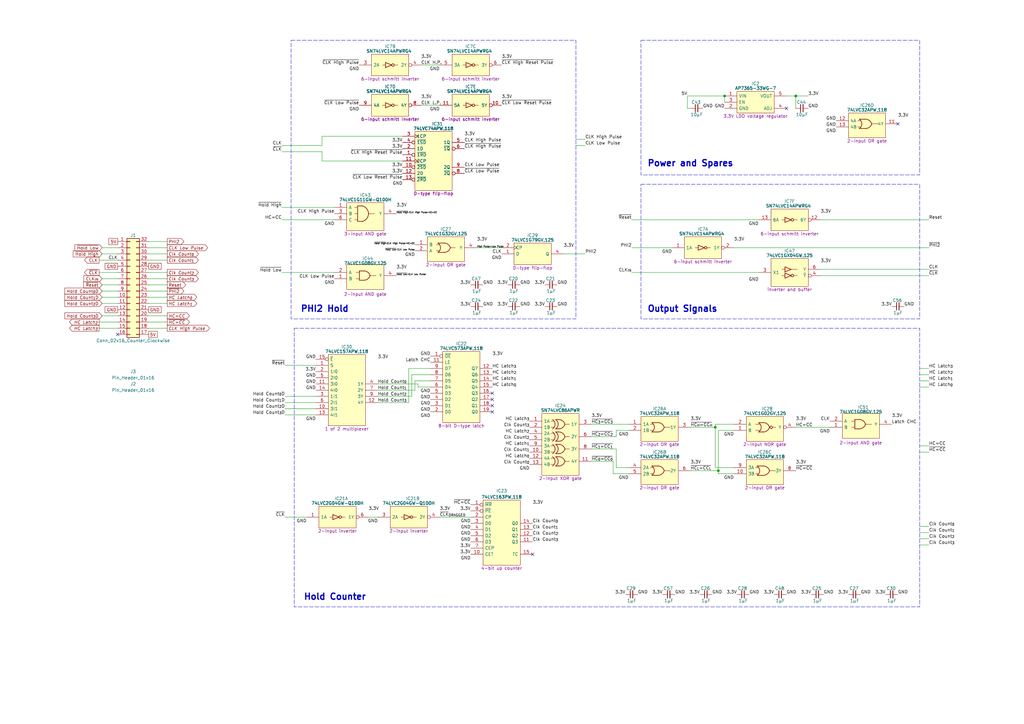
<source format=kicad_sch>
(kicad_sch (version 20230121) (generator eeschema)
  (paper "A3")
  (title_block (title "W65C816 Clock Hold") (date "2024-02-14") (rev "V1"))
  (junction (at 293.37 175.26))
  (junction (at 297.18 39.37))
  (junction (at 294.64 193.04))
  (junction (at 326.39 39.37))
  (no_connect (at 48.26 137.16))
  (no_connect (at 201.93 168.91))
  (no_connect (at 368.3 50.8))
  (no_connect (at 201.93 161.29))
  (no_connect (at 322.58 44.45))
  (no_connect (at 218.44 227.33))
  (no_connect (at 201.93 166.37))
  (no_connect (at 201.93 163.83))
  (wire (pts (xy 40.64 134.62) (xy 48.26 134.62)))
  (wire (pts (xy 60.96 101.6) (xy 68.58 101.6)))
  (wire (pts (xy 236.22 57.15) (xy 240.03 57.15)))
  (wire (pts (xy 377.19 220.98) (xy 381 220.98)))
  (wire (pts (xy 115.57 85.09) (xy 137.16 85.09)))
  (wire (pts (xy 381 90.17) (xy 336.55 90.17)))
  (wire (pts (xy 116.84 167.64) (xy 129.54 167.64)))
  (wire (pts (xy 132.08 62.23) (xy 132.08 66.04)))
  (wire (pts (xy 252.73 191.77) (xy 257.81 191.77)))
  (wire (pts (xy 293.37 175.26) (xy 293.37 191.77)))
  (wire (pts (xy 381 110.49) (xy 336.55 110.49)))
  (wire (pts (xy 171.45 157.48) (xy 171.45 158.75)))
  (wire (pts (xy 116.84 162.56) (xy 129.54 162.56)))
  (wire (pts (xy 377.19 218.44) (xy 381 218.44)))
  (wire (pts (xy 293.37 173.99) (xy 300.99 173.99)))
  (wire (pts (xy 60.96 116.84) (xy 68.58 116.84)))
  (wire (pts (xy 252.73 176.53) (xy 257.81 176.53)))
  (wire (pts (xy 170.18 160.02) (xy 170.18 156.21)))
  (wire (pts (xy 41.91 129.54) (xy 48.26 129.54)))
  (wire (pts (xy 168.91 153.67) (xy 176.53 153.67)))
  (wire (pts (xy 115.57 62.23) (xy 132.08 62.23)))
  (wire (pts (xy 377.19 156.21) (xy 381 156.21)))
  (wire (pts (xy 242.57 189.23) (xy 251.46 189.23)))
  (wire (pts (xy 294.64 194.31) (xy 294.64 193.04)))
  (wire (pts (xy 116.84 149.86) (xy 129.54 149.86)))
  (wire (pts (xy 180.34 212.09) (xy 193.04 212.09)))
  (wire (pts (xy 171.45 158.75) (xy 176.53 158.75)))
  (wire (pts (xy 167.64 165.1) (xy 167.64 151.13)))
  (wire (pts (xy 115.57 90.17) (xy 137.16 90.17)))
  (wire (pts (xy 168.91 162.56) (xy 168.91 153.67)))
  (wire (pts (xy 281.94 44.45) (xy 283.21 44.45)))
  (wire (pts (xy 60.96 121.92) (xy 68.58 121.92)))
  (wire (pts (xy 60.96 111.76) (xy 68.58 111.76)))
  (wire (pts (xy 41.91 114.3) (xy 48.26 114.3)))
  (wire (pts (xy 41.91 104.14) (xy 48.26 104.14)))
  (wire (pts (xy 60.96 119.38) (xy 68.58 119.38)))
  (wire (pts (xy 60.96 134.62) (xy 68.58 134.62)))
  (wire (pts (xy 283.21 193.04) (xy 294.64 193.04)))
  (wire (pts (xy 60.96 99.06) (xy 68.58 99.06)))
  (wire (pts (xy 240.03 104.14) (xy 231.14 104.14)))
  (wire (pts (xy 326.39 44.45) (xy 326.39 39.37)))
  (wire (pts (xy 60.96 104.14) (xy 68.58 104.14)))
  (wire (pts (xy 326.39 175.26) (xy 340.36 175.26)))
  (wire (pts (xy 60.96 114.3) (xy 68.58 114.3)))
  (wire (pts (xy 377.19 215.9) (xy 381 215.9)))
  (wire (pts (xy 172.72 26.67) (xy 180.34 26.67)))
  (wire (pts (xy 281.94 39.37) (xy 281.94 44.45)))
  (wire (pts (xy 377.19 223.52) (xy 381 223.52)))
  (wire (pts (xy 132.08 55.88) (xy 165.1 55.88)))
  (wire (pts (xy 242.57 179.07) (xy 252.73 179.07)))
  (wire (pts (xy 41.91 116.84) (xy 48.26 116.84)))
  (wire (pts (xy 154.94 165.1) (xy 167.64 165.1)))
  (wire (pts (xy 115.57 59.69) (xy 132.08 59.69)))
  (wire (pts (xy 259.08 111.76) (xy 311.15 111.76)))
  (wire (pts (xy 116.84 165.1) (xy 129.54 165.1)))
  (wire (pts (xy 116.84 212.09) (xy 125.73 212.09)))
  (wire (pts (xy 151.13 212.09) (xy 154.94 212.09)))
  (wire (pts (xy 293.37 175.26) (xy 283.21 175.26)))
  (wire (pts (xy 236.22 59.69) (xy 240.03 59.69)))
  (wire (pts (xy 251.46 194.31) (xy 257.81 194.31)))
  (wire (pts (xy 40.64 106.68) (xy 48.26 106.68)))
  (wire (pts (xy 154.94 157.48) (xy 171.45 157.48)))
  (wire (pts (xy 40.64 111.76) (xy 48.26 111.76)))
  (wire (pts (xy 132.08 66.04) (xy 165.1 66.04)))
  (wire (pts (xy 294.64 176.53) (xy 294.64 193.04)))
  (wire (pts (xy 377.19 151.13) (xy 381 151.13)))
  (wire (pts (xy 167.64 151.13) (xy 176.53 151.13)))
  (wire (pts (xy 195.58 101.6) (xy 205.74 101.6)))
  (wire (pts (xy 252.73 184.15) (xy 252.73 191.77)))
  (wire (pts (xy 377.19 158.75) (xy 381 158.75)))
  (wire (pts (xy 251.46 189.23) (xy 251.46 194.31)))
  (wire (pts (xy 172.72 43.18) (xy 180.34 43.18)))
  (wire (pts (xy 297.18 39.37) (xy 297.18 41.91)))
  (wire (pts (xy 377.19 185.42) (xy 381 185.42)))
  (wire (pts (xy 377.19 182.88) (xy 381 182.88)))
  (wire (pts (xy 242.57 184.15) (xy 252.73 184.15)))
  (wire (pts (xy 132.08 59.69) (xy 132.08 55.88)))
  (wire (pts (xy 300.99 194.31) (xy 294.64 194.31)))
  (wire (pts (xy 60.96 132.08) (xy 68.58 132.08)))
  (wire (pts (xy 381 101.6) (xy 300.99 101.6)))
  (wire (pts (xy 281.94 39.37) (xy 297.18 39.37)))
  (wire (pts (xy 259.08 101.6) (xy 275.59 101.6)))
  (wire (pts (xy 154.94 162.56) (xy 168.91 162.56)))
  (wire (pts (xy 154.94 160.02) (xy 170.18 160.02)))
  (wire (pts (xy 381 113.03) (xy 336.55 113.03)))
  (wire (pts (xy 322.58 39.37) (xy 326.39 39.37)))
  (wire (pts (xy 116.84 170.18) (xy 129.54 170.18)))
  (wire (pts (xy 252.73 179.07) (xy 252.73 176.53)))
  (wire (pts (xy 300.99 191.77) (xy 293.37 191.77)))
  (wire (pts (xy 293.37 173.99) (xy 293.37 175.26)))
  (wire (pts (xy 41.91 119.38) (xy 48.26 119.38)))
  (wire (pts (xy 60.96 106.68) (xy 68.58 106.68)))
  (wire (pts (xy 259.08 90.17) (xy 311.15 90.17)))
  (wire (pts (xy 41.91 121.92) (xy 48.26 121.92)))
  (wire (pts (xy 326.39 39.37) (xy 331.47 39.37)))
  (wire (pts (xy 41.91 124.46) (xy 48.26 124.46)))
  (wire (pts (xy 170.18 156.21) (xy 176.53 156.21)))
  (wire (pts (xy 40.64 132.08) (xy 48.26 132.08)))
  (wire (pts (xy 60.96 129.54) (xy 68.58 129.54)))
  (wire (pts (xy 300.99 176.53) (xy 294.64 176.53)))
  (wire (pts (xy 242.57 173.99) (xy 257.81 173.99)))
  (wire (pts (xy 41.91 101.6) (xy 48.26 101.6)))
  (wire (pts (xy 115.57 111.76) (xy 137.16 111.76)))
  (wire (pts (xy 377.19 153.67) (xy 381 153.67)))
  (wire (pts (xy 60.96 124.46) (xy 68.58 124.46)))
  (rectangle (start 119.38 16.51) (end 236.22 130.81) (stroke (width 0) (type dash)))
  (rectangle (start 262.89 16.51) (end 377.19 71.755) (stroke (width 0) (type dash)))
  (rectangle (start 262.89 75.565) (end 377.19 130.81) (stroke (width 0) (type dash)))
  (rectangle (start 120.65 134.62) (end 377.19 248.92) (stroke (width 0) (type dash)))
  (text "Output Signals" (at 265.43 128.27 0) (effects (font (size 2.54 2.54) (thickness 0.508) bold) (justify left bottom)))
  (text "Power and Spares" (at 265.43 68.58 0) (effects (font (size 2.54 2.54) (thickness 0.508) bold) (justify left bottom)))
  (text "PHI2 Hold" (at 123.19 128.27 0) (effects (font (size 2.54 2.54) (thickness 0.508) bold) (justify left bottom)))
  (text "Hold Counter" (at 124.46 246.38 0) (effects (font (size 2.54 2.54) (thickness 0.508) bold) (justify left bottom)))
  (label "3.3V" (at 205.74 40.64 0))
  (label "~{CLK Low Pulse}" (at 190.5 71.12 0))
  (label "GND" (at 292.1 243.84 0))
  (label "3.3V" (at 336.55 107.95 0))
  (label "CLK" (at 381 110.49 0))
  (label "3.3V" (at 271.78 243.84 180))
  (label "HC=CC" (at 115.57 90.17 180))
  (label "GND" (at 193.04 222.25 180))
  (label "3.3V" (at 331.47 39.37 0))
  (label "GND" (at 331.47 44.45 0))
  (label "HC Latch_{0}" (at 381 158.75 0))
  (label "GND" (at 342.9 49.53 180))
  (label "HC Latch_{3}" (at 217.17 172.72 180))
  (label "GND" (at 311.15 92.71 180))
  (label "3.3V" (at 332.74 243.84 180))
  (label "GND" (at 337.82 243.84 0))
  (label "~{HC_{3}=CC_{3}}" (at 242.57 173.99 0))
  (label "HC Latch_{2}" (at 381 153.67 0))
  (label "GND" (at 193.04 214.63 180))
  (label "GND" (at 198.12 125.73 0))
  (label "GND" (at 176.53 163.83 180))
  (label "GND" (at 322.58 243.84 0))
  (label "~{HC_{1}=CC_{1}}" (at 242.57 184.15 0))
  (label "GND" (at 176.53 171.45 180))
  (label "GND" (at 228.6 116.84 0))
  (label "3.3V" (at 283.21 172.72 0))
  (label "GND" (at 311.15 115.57 180))
  (label "Hold Count_{2}D" (at 116.84 167.64 180))
  (label "GND" (at 129.54 160.02 180))
  (label "GND" (at 205.74 106.68 180))
  (label "Clk Count_{2}" (at 218.44 219.71 0))
  (label "~{HC_{H}=CC_{H}}" (at 283.21 175.26 0))
  (label "GND" (at 176.53 161.29 180))
  (label "GND" (at 261.62 243.84 0))
  (label "3.3V" (at 165.1 71.12 180))
  (label "~{Reset}" (at 116.84 149.86 180))
  (label "3.3V" (at 218.44 207.01 0))
  (label "Hold Count_{0}D" (at 116.84 162.56 180))
  (label "3.3V" (at 317.5 243.84 180))
  (label "CLK High Pulse" (at 137.16 87.63 180))
  (label "3.3V" (at 180.34 209.55 0))
  (label "~{HC_{0}=CC_{0}}" (at 242.57 189.23 0))
  (label "CLK_{IN}" (at 259.08 111.76 180))
  (label "3.3V" (at 205.74 24.13 0))
  (label "Clk Count_{0}" (at 217.17 190.5 180))
  (label "GND" (at 353.06 243.84 0))
  (label "GND" (at 288.29 44.45 0))
  (label "~{CLK}" (at 381 113.03 0))
  (label "~{CLK}" (at 116.84 212.09 180))
  (label "~{PHI2}" (at 381 101.6 0))
  (label "Clk Count_{1}" (at 381 218.44 0))
  (label "Clk Count_{2}" (at 217.17 180.34 180))
  (label "GND" (at 213.36 125.73 0))
  (label "3.3V" (at 326.39 190.5 0))
  (label "3.3V" (at 208.28 125.73 180))
  (label "3.3V" (at 151.13 209.55 0))
  (label "GND" (at 170.18 105.41 180))
  (label "GND" (at 180.34 29.21 180))
  (label "HC Latch_{2}" (at 201.93 153.67 0))
  (label "~{HC_{L}=CC_{L}}" (at 283.21 193.04 0))
  (label "3.3V" (at 283.21 190.5 0))
  (label "~{CLK High Reset Pulse}" (at 205.74 26.67 0))
  (label "CLK High Pulse" (at 190.5 58.42 0))
  (label "GND" (at 180.34 45.72 180))
  (label "GND" (at 276.86 243.84 0))
  (label "GND" (at 198.12 116.84 0))
  (label "GND" (at 307.34 243.84 0))
  (label "PHI2" (at 240.03 104.14 0))
  (label "GND" (at 257.81 196.85 180))
  (label "~{Hold Low}·CLK Low Pulse" (at 170.18 102.87 180) (effects (font (size 0.635 0.635))))
  (label "Clk Count_{2}" (at 381 220.98 0))
  (label "HC=CC" (at 326.39 175.26 0))
  (label "~{CLK}_{DRAGGED}" (at 180.34 212.09 0))
  (label "3.3V" (at 242.57 171.45 0))
  (label "CLK" (at 205.74 104.14 180))
  (label "3.3V" (at 193.04 227.33 180))
  (label "CLK" (at 340.36 172.72 180))
  (label "3.3V" (at 165.1 58.42 180))
  (label "Clk Count_{0}" (at 381 215.9 0))
  (label "~{HC=CC}" (at 326.39 193.04 0))
  (label "Latch CHC" (at 176.53 148.59 180))
  (label "GND" (at 193.04 217.17 180))
  (label "HC=CC" (at 381 182.88 0))
  (label "~{HC_{2}=CC_{2}}" (at 242.57 179.07 0))
  (label "Clk Count_{1}" (at 218.44 217.17 0))
  (label "GND" (at 129.54 154.94 180))
  (label "~{CLK High Reset Pulse}" (at 165.1 63.5 180))
  (label "Latch CHC" (at 365.76 173.99 0))
  (label "3.3V" (at 363.22 243.84 180))
  (label "GND" (at 137.16 92.71 180))
  (label "Hold Count_{3}D" (at 116.84 170.18 180))
  (label "GND" (at 275.59 104.14 180))
  (label "GND" (at 129.54 157.48 180))
  (label "GND" (at 165.1 76.2 180))
  (label "3.3V" (at 193.04 116.84 180))
  (label "GND" (at 342.9 52.07 180))
  (label "3.3V" (at 300.99 99.06 0))
  (label "3.3V" (at 365.76 125.73 180))
  (label "~{HC=CC}" (at 381 185.42 0))
  (label "PHI2" (at 259.08 101.6 180))
  (label "3.3V" (at 336.55 87.63 0))
  (label "3.3V" (at 154.94 147.32 0))
  (label "GND" (at 176.53 168.91 180))
  (label "CLK" (at 115.57 59.69 180))
  (label "3.3V" (at 172.72 40.64 0))
  (label "3.3V" (at 193.04 125.73 180))
  (label "3.3V" (at 195.58 99.06 0))
  (label "3.3V" (at 208.28 116.84 180))
  (label "~{Hold High}" (at 115.57 85.09 180))
  (label "~{CLK Low Reset Pulse}" (at 165.1 73.66 180))
  (label "GND" (at 176.53 166.37 180))
  (label "~{Hold Low}" (at 115.57 111.76 180))
  (label "HC Latch_{2}" (at 217.17 177.8 180))
  (label "HC Latch_{0}" (at 217.17 187.96 180))
  (label "GND" (at 147.32 45.72 180))
  (label "GND" (at 257.81 179.07 180))
  (label "Hold Count_{2}" (at 154.94 162.56 0))
  (label "3.3V" (at 365.76 171.45 0))
  (label "Hold Count_{0}" (at 154.94 157.48 0))
  (label "GND" (at 217.17 193.04 180))
  (label "Hold Count_{3}" (at 154.94 165.1 0))
  (label "3.3V" (at 347.98 243.84 180))
  (label "3.3V" (at 326.39 172.72 0))
  (label "3.3V" (at 162.56 85.09 0))
  (label "GND" (at 193.04 219.71 180))
  (label "3.3V" (at 129.54 152.4 180))
  (label "3.3V" (at 302.26 243.84 180))
  (label "~{Reset}" (at 259.08 90.17 180))
  (label "3.3V" (at 368.3 48.26 0))
  (label "~{CLK Low Pulse}" (at 147.32 43.18 180))
  (label "3.3V" (at 256.54 243.84 180))
  (label "3.3V" (at 165.1 60.96 180))
  (label "GND" (at 129.54 172.72 180))
  (label "GND" (at 300.99 179.07 180))
  (label "GND" (at 137.16 116.84 180))
  (label "GND" (at 370.84 125.73 0))
  (label "~{Hold High}·CLK High Pulse·HC=CC" (at 162.56 87.63 0) (effects (font (size 0.635 0.635))))
  (label "GND" (at 193.04 229.87 180))
  (label "3.3V" (at 223.52 125.73 180))
  (label "Clk Count_{3}" (at 381 223.52 0))
  (label "~{CLK Low Reset Pulse}" (at 205.74 43.18 0))
  (label "GND" (at 342.9 54.61 180))
  (label "CLK High Pulse" (at 240.03 57.15 0))
  (label "High Pulse+Low Pulse" (at 195.58 101.6 0) (effects (font (size 0.635 0.635))))
  (label "GND" (at 368.3 243.84 0))
  (label "5V" (at 281.94 39.37 180))
  (label "GND" (at 213.36 116.84 0))
  (label "~{Hold High}·CLK High Pulse·HC=CC" (at 170.18 100.33 180) (effects (font (size 0.635 0.635))))
  (label "~{CLK}" (at 115.57 62.23 180))
  (label "3.3V" (at 231.14 101.6 0))
  (label "3.3V" (at 162.56 110.49 0))
  (label "~{HC=CC}" (at 193.04 207.01 180))
  (label "HC Latch_{3}" (at 381 151.13 0))
  (label "Clk Count_{1}" (at 217.17 185.42 180))
  (label "CLK Low Pulse" (at 240.03 59.69 0))
  (label "CLK Low Pulse" (at 190.5 68.58 0))
  (label "CLK L.P." (at 172.72 43.18 0))
  (label "3.3V" (at 287.02 243.84 180))
  (label "HC Latch_{1}" (at 381 156.21 0))
  (label "GND" (at 154.94 214.63 180))
  (label "CLK H.P." (at 172.72 26.67 0))
  (label "Hold Count_{1}" (at 154.94 160.02 0))
  (label "GND" (at 125.73 214.63 180))
  (label "HC Latch_{1}" (at 201.93 156.21 0))
  (label "3.3V" (at 172.72 24.13 0))
  (label "GND" (at 147.32 29.21 180))
  (label "Reset" (at 381 90.17 0))
  (label "HC Latch_{0}" (at 201.93 158.75 0))
  (label "Clk Count_{3}" (at 218.44 222.25 0))
  (label "CLK Low Pulse" (at 137.16 114.3 180))
  (label "CLK" (at 48.26 106.68 180))
  (label "3.3V" (at 223.52 116.84 180))
  (label "3.3V" (at 193.04 209.55 180))
  (label "3.3V" (at 165.1 68.58 180))
  (label "HC Latch_{1}" (at 217.17 182.88 180))
  (label "GND" (at 228.6 125.73 0))
  (label "3.3V" (at 190.5 55.88 0))
  (label "GND" (at 340.36 177.8 180))
  (label "GND" (at 297.18 44.45 180))
  (label "Hold Count_{1}D" (at 116.84 165.1 180))
  (label "~{CLK High Pulse}" (at 190.5 60.96 0))
  (label "Clk Count_{3}" (at 217.17 175.26 180))
  (label "3.3V" (at 201.93 146.05 0))
  (label "~{Hold Low}·CLK Low Pulse" (at 162.56 113.03 0) (effects (font (size 0.635 0.635))))
  (label "GND" (at 300.99 196.85 180))
  (label "HC Latch_{3}" (at 201.93 151.13 0))
  (label "GND" (at 176.53 146.05 180))
  (label "GND" (at 129.54 147.32 180))
  (label "~{CLK High Pulse}" (at 147.32 26.67 180))
  (label "3.3V" (at 193.04 224.79 180))
  (label "Clk Count_{0}" (at 218.44 214.63 0))
  (global_label "CLK_{IN}" (shape input) (at 41.91 114.3 180) (property "Intersheetrefs" "${INTERSHEET_REFS}" (effects hide)))
  (global_label "Clk Count_{1}" (shape output) (at 68.58 106.68 0) (effects (font italic)) (property "Intersheetrefs" "${INTERSHEET_REFS}" (effects hide)))
  (global_label "Clk Count_{3}" (shape output) (at 68.58 114.3 0) (effects (font italic)) (property "Intersheetrefs" "${INTERSHEET_REFS}" (effects hide)))
  (global_label "5V" (shape passive) (at 60.96 137.16 0) (property "Intersheetrefs" "${INTERSHEET_REFS}" (effects hide)))
  (global_label "Clk Count_{2}" (shape output) (at 68.58 111.76 0) (effects (font italic)) (property "Intersheetrefs" "${INTERSHEET_REFS}" (effects hide)))
  (global_label "~{Hold Low}" (shape input) (at 41.91 101.6 180) (property "Intersheetrefs" "${INTERSHEET_REFS}" (effects hide)))
  (global_label "~{CLK}" (shape output) (at 40.64 111.76 180) (property "Intersheetrefs" "${INTERSHEET_REFS}" (effects hide)))
  (global_label "~{Hold High}" (shape input) (at 41.91 104.14 180) (property "Intersheetrefs" "${INTERSHEET_REFS}" (effects hide)))
  (global_label "5V" (shape passive) (at 48.26 99.06 180) (property "Intersheetrefs" "${INTERSHEET_REFS}" (effects hide)))
  (global_label "Hold Count_{1}D" (shape input) (at 41.91 121.92 180) (property "Intersheetrefs" "${INTERSHEET_REFS}" (effects hide)))
  (global_label "PHI2" (shape output) (at 68.58 99.06 0) (property "Intersheetrefs" "${INTERSHEET_REFS}" (effects hide)))
  (global_label "GND" (shape passive) (at 60.96 109.22 0) (property "Intersheetrefs" "${INTERSHEET_REFS}" (effects hide)))
  (global_label "GND" (shape passive) (at 60.96 127 0) (property "Intersheetrefs" "${INTERSHEET_REFS}" (effects hide)))
  (global_label "Hold Count_{0}D" (shape input) (at 41.91 119.38 180) (property "Intersheetrefs" "${INTERSHEET_REFS}" (effects hide)))
  (global_label "HC=CC" (shape output) (at 68.58 129.54 0) (effects (font italic)) (property "Intersheetrefs" "${INTERSHEET_REFS}" (effects hide)))
  (global_label "CLK" (shape output) (at 40.64 106.68 180) (property "Intersheetrefs" "${INTERSHEET_REFS}" (effects hide)))
  (global_label "Hold Count_{3}D" (shape input) (at 41.91 129.54 180) (property "Intersheetrefs" "${INTERSHEET_REFS}" (effects hide)))
  (global_label "GND" (shape passive) (at 48.26 109.22 180) (property "Intersheetrefs" "${INTERSHEET_REFS}" (effects hide)))
  (global_label "~{HC=CC}" (shape output) (at 68.58 132.08 0) (effects (font italic)) (property "Intersheetrefs" "${INTERSHEET_REFS}" (effects hide)))
  (global_label "GND" (shape passive) (at 48.26 127 180) (property "Intersheetrefs" "${INTERSHEET_REFS}" (effects hide)))
  (global_label "~{Reset}" (shape input) (at 41.91 116.84 180) (property "Intersheetrefs" "${INTERSHEET_REFS}" (effects hide)))
  (global_label "Hold Count_{2}D" (shape input) (at 41.91 124.46 180) (property "Intersheetrefs" "${INTERSHEET_REFS}" (effects hide)))
  (global_label "Clk Count_{0}" (shape output) (at 68.58 104.14 0) (effects (font italic)) (property "Intersheetrefs" "${INTERSHEET_REFS}" (effects hide)))
  (global_label "HC Latch_{1}" (shape output) (at 68.58 124.46 0) (effects (font italic)) (property "Intersheetrefs" "${INTERSHEET_REFS}" (effects hide)))
  (global_label "CLK Low Pulse" (shape output) (at 68.58 101.6 0) (effects (font italic)) (property "Intersheetrefs" "${INTERSHEET_REFS}" (effects hide)))
  (global_label "HC Latch_{3}" (shape output) (at 40.64 134.62 180) (effects (font italic)) (property "Intersheetrefs" "${INTERSHEET_REFS}" (effects hide)))
  (global_label "HC Latch_{2}" (shape output) (at 40.64 132.08 180) (effects (font italic)) (property "Intersheetrefs" "${INTERSHEET_REFS}" (effects hide)))
  (global_label "Reset" (shape output) (at 68.58 116.84 0) (property "Intersheetrefs" "${INTERSHEET_REFS}" (effects hide)))
  (global_label "HC Latch_{0}" (shape output) (at 68.58 121.92 0) (effects (font italic)) (property "Intersheetrefs" "${INTERSHEET_REFS}" (effects hide)))
  (global_label "CLK High Pulse" (shape output) (at 68.58 134.62 0) (effects (font italic)) (property "Intersheetrefs" "${INTERSHEET_REFS}" (effects hide)))
  (global_label "~{PHI2}" (shape output) (at 68.58 119.38 0) (property "Intersheetrefs" "${INTERSHEET_REFS}" (effects hide)))
  (symbol (lib_id "Texas_Instruments:SN74LVC14APWRG4 _Multi") (at 180.34 26.67 0) (unit 3)
    (property "Reference" "IC7" (at 193.04 19.05 0))
    (property "Value" "SN74LVC14APWRG4 " (at 193.04 20.955 0) (effects (font bold)))
    (property "Footprint" "SOP65P640X110-14N" (effects hide))
    (property "Datasheet" "https://www.ti.com/lit/ds/symlink/sn54lvc14a-sp.pdf?HQS=dis-mous-null-mousermode-dsf-pf-null-wwe&ts=1698388139196&ref_url=https%253A%252F%252Fwww.mouser.de%252F" (effects hide))
    (property "Description" "6-input schmitt inverter" (at 193.04 32.385 0))
    (property "Height" "1.1" (effects hide))
    (property "Manufacturer_Name" "Nexperia" (effects hide))
    (property "Manufacturer_Part_Number" "SN74LVC14APWRG4 " (effects hide))
    (property "Mouser Part Number" "SN74LVC14APWRG4 " (effects hide))
    (property "Mouser Price/Stock" "https://www.mouser.co.uk/ProductDetail/Nexperia/74LVC04APW118?qs=me8TqzrmIYUA5zXidd9%2F4g%3D%3D" (effects hide))
    (property "Silkscreen" "74LVC14" (effects hide))
  )
  (symbol (lib_id "Nexperia:74LVC32APW,118_Multi") (at 257.81 173.99 0) (unit 1)
    (property "Reference" "IC26" (at 270.51 167.64 0))
    (property "Value" "74LVC32APW,118" (at 270.51 169.545 0) (effects (font bold)))
    (property "Footprint" "SOP65P640X110-14N" (effects hide))
    (property "Datasheet" "https://assets.nexperia.com/documents/data-sheet/74LVC32A.pdf" (effects hide))
    (property "Description" "2-input OR gate" (at 270.51 182.245 0))
    (property "Height" "1.1" (effects hide))
    (property "Manufacturer_Name" "Nexperia" (effects hide))
    (property "Manufacturer_Part_Number" "74LVC32APW,118" (effects hide))
    (property "Mouser Part Number" "771-74LVC32APW-T" (effects hide))
    (property "Mouser Price/Stock" "https://www.mouser.com/Search/Refine.aspx?Keyword=771-74LVC32APW-T" (effects hide))
    (property "Silkscreen" "74LVC32APW" (effects hide))
  )
  (symbol (lib_id "HCP65:C_0805") (at 332.74 243.84 0) (unit 1)
    (property "Reference" "C25" (at 335.026 241.3 0))
    (property "Value" "1μF" (at 335.28 246.38 0))
    (property "Footprint" "SamacSys_Parts:C_0805" (effects hide))
  )
  (symbol (lib_id "Nexperia:74LVC2G04GW-Q100H_Multi") (at 125.73 212.09 0) (unit 1)
    (property "Reference" "IC21" (at 137.16 204.47 0) (effects (justify left)))
    (property "Value" "74LVC2G04GW-Q100H" (at 138.43 206.375 0) (effects (font bold)))
    (property "Footprint" "SOP65P210X110-6N" (effects hide))
    (property "Datasheet" "https://assets.nexperia.com/documents/data-sheet/74LVC2G04_Q100.pdf" (effects hide))
    (property "Description" "2-input inverter" (at 138.43 217.805 0))
    (property "Height" "1.1" (effects hide))
    (property "Manufacturer_Name" "Nexperia" (effects hide))
    (property "Manufacturer_Part_Number" "74LVC2G04GW-Q100H" (effects hide))
    (property "Mouser Part Number" "771-74LVC2G04GWQ100H" (effects hide))
    (property "Mouser Price/Stock" "https://www.mouser.co.uk/ProductDetail/Nexperia/74LVC2G04GW-Q100H?qs=Yna0arPQ0CQTXbBDVSrZqQ%3D%3D" (effects hide))
    (property "Silkscreen" "'2G04" (effects hide))
  )
  (symbol (lib_id "Nexperia:74LVC1G02GV,125") (at 300.99 173.99 0) (unit 1)
    (property "Reference" "IC28" (at 312.42 167.64 0) (effects (justify left)))
    (property "Value" "74LVC1G02GV,125" (at 304.8 169.545 0) (effects (font bold) (justify left)))
    (property "Footprint" "SOT95P275X110-5N" (effects hide))
    (property "Datasheet" "https://assets.nexperia.com/documents/data-sheet/74LVC1G02.pdf" (effects hide))
    (property "Description" "2-input NOR gate" (at 304.8 182.245 0) (effects (justify left)))
    (property "Height" "1.1" (effects hide))
    (property "Manufacturer_Name" "Nexperia" (effects hide))
    (property "Manufacturer_Part_Number" "74LVC1G02GV,125" (effects hide))
    (property "Mouser Part Number" "771-LVC1G02GV125" (effects hide))
    (property "Mouser Price/Stock" "https://www.mouser.co.uk/ProductDetail/Nexperia/74LVC1G02GV125?qs=me8TqzrmIYX6GMf4PLx9gg%3D%3D" (effects hide))
    (property "Silkscreen" "'1G02" (effects hide))
  )
  (symbol (lib_id "Texas_Instruments:SN74LVC14APWRG4 _Multi") (at 147.32 43.18 0) (unit 4)
    (property "Reference" "IC7" (at 160.02 35.56 0))
    (property "Value" "SN74LVC14APWRG4 " (at 160.02 37.465 0) (effects (font bold)))
    (property "Footprint" "SOP65P640X110-14N" (effects hide))
    (property "Datasheet" "https://www.ti.com/lit/ds/symlink/sn54lvc14a-sp.pdf?HQS=dis-mous-null-mousermode-dsf-pf-null-wwe&ts=1698388139196&ref_url=https%253A%252F%252Fwww.mouser.de%252F" (effects hide))
    (property "Description" "6-input schmitt inverter" (at 160.02 48.895 0))
    (property "Height" "1.1" (effects hide))
    (property "Manufacturer_Name" "Nexperia" (effects hide))
    (property "Manufacturer_Part_Number" "SN74LVC14APWRG4 " (effects hide))
    (property "Mouser Part Number" "SN74LVC14APWRG4 " (effects hide))
    (property "Mouser Price/Stock" "https://www.mouser.co.uk/ProductDetail/Nexperia/74LVC04APW118?qs=me8TqzrmIYUA5zXidd9%2F4g%3D%3D" (effects hide))
    (property "Silkscreen" "74LVC14" (effects hide))
  )
  (symbol (lib_id "Nexperia:74LVC573APW,118") (at 176.53 146.05 0) (unit 1)
    (property "Reference" "IC22" (at 189.23 140.97 0))
    (property "Value" "74LVC573APW,118" (at 189.23 142.875 0) (effects (font bold)))
    (property "Footprint" "SOP65P640X110-20N" (effects hide))
    (property "Datasheet" "https://assets.nexperia.com/documents/data-sheet/74LVC573A.pdf" (effects hide))
    (property "Description" "8-bit D-type latch" (at 189.23 174.625 0))
    (property "Height" "1.1" (effects hide))
    (property "Mouser Part Number" "771-74LVC573APW-T" (effects hide))
    (property "Mouser Price/Stock" "https://www.mouser.co.uk/ProductDetail/Nexperia/74LVC573APW118/?qs=me8TqzrmIYU4mlL%252B5pgpig%3D%3D" (effects hide))
    (property "Manufacturer_Name" "Nexperia" (effects hide))
    (property "Manufacturer_Part_Number" "74LVC573APW,118" (effects hide))
    (property "Silkscreen" "74LVC573" (effects hide))
  )
  (symbol (lib_id "HCP65:C_0805") (at 326.39 44.45 0) (unit 1)
    (property "Reference" "C44" (at 328.676 41.91 0))
    (property "Value" "10μF" (at 328.93 46.99 0))
    (property "Footprint" "SamacSys_Parts:C_0805" (effects hide))
  )
  (symbol (lib_id "HCP65:C_0805") (at 287.02 243.84 0) (unit 1)
    (property "Reference" "C26" (at 289.306 241.3 0))
    (property "Value" "1μF" (at 289.56 246.38 0))
    (property "Footprint" "SamacSys_Parts:C_0805" (effects hide))
  )
  (symbol (lib_id "HCP65:Pin_Header_01x16") (at 54.61 153.67 0) (unit 1)
    (property "Reference" "J3" (at 54.61 152.4 0))
    (property "Value" "Pin_Header_01x16" (at 54.61 154.94 0))
    (property "Footprint" "SamacSys_Parts:PinHeader_1x16_P2.54mm_Vertical" (effects hide))
  )
  (symbol (lib_id "HCP65:C_0805") (at 302.26 243.84 0) (unit 1)
    (property "Reference" "C28" (at 304.546 241.3 0))
    (property "Value" "1μF" (at 304.8 246.38 0))
    (property "Footprint" "SamacSys_Parts:C_0805" (effects hide))
  )
  (symbol (lib_id "HCP65:C_0805") (at 347.98 243.84 0) (unit 1)
    (property "Reference" "C27" (at 350.266 241.3 0))
    (property "Value" "1μF" (at 350.52 246.38 0))
    (property "Footprint" "SamacSys_Parts:C_0805" (effects hide))
  )
  (symbol (lib_id "HCP65:C_0805") (at 208.28 125.73 0) (unit 1)
    (property "Reference" "C22" (at 210.566 123.19 0))
    (property "Value" "1μF" (at 210.82 128.27 0))
    (property "Footprint" "SamacSys_Parts:C_0805" (effects hide))
  )
  (symbol (lib_id "HCP65:C_0805") (at 193.04 125.73 0) (unit 1)
    (property "Reference" "C24" (at 195.326 123.19 0))
    (property "Value" "1μF" (at 195.58 128.27 0))
    (property "Footprint" "SamacSys_Parts:C_0805" (effects hide))
  )
  (symbol (lib_id "HCP65:C_0805") (at 283.21 44.45 0) (unit 1)
    (property "Reference" "C43" (at 285.496 41.91 0))
    (property "Value" "10μF" (at 285.75 46.99 0))
    (property "Footprint" "SamacSys_Parts:C_0805" (effects hide))
  )
  (symbol (lib_id "Nexperia:74LVC1G79GV,125") (at 205.74 101.6 0) (unit 1)
    (property "Reference" "IC29" (at 218.44 96.52 0))
    (property "Value" "74LVC1G79GV,125" (at 218.44 98.425 0) (effects (font bold)))
    (property "Footprint" "SOT95P275X110-5N" (effects hide))
    (property "Datasheet" "https://assets.nexperia.com/documents/data-sheet/74LVC1G79.pdf" (effects hide))
    (property "Description" "D-type flip-flop" (at 218.44 109.855 0))
    (property "Height" "1.1" (effects hide))
    (property "Mouser Part Number" "771-LVC1G79GV125" (effects hide))
    (property "Mouser Price/Stock" "https://www.mouser.co.uk/ProductDetail/Nexperia/74LVC1G79GV125?qs=me8TqzrmIYWqrHOjaDavgg%3D%3D" (effects hide))
    (property "Manufacturer_Name" "Nexperia" (effects hide))
    (property "Manufacturer_Part_Number" "74LVC1G79GV,125" (effects hide))
    (property "Silkscreen" "'1G79" (effects hide))
  )
  (symbol (lib_id "Texas_Instruments:SN74LVC14APWRG4 _Multi") (at 311.15 90.17 0) (unit 6)
    (property "Reference" "IC7" (at 323.85 82.55 0))
    (property "Value" "SN74LVC14APWRG4 " (at 323.85 84.455 0) (effects (font bold)))
    (property "Footprint" "SOP65P640X110-14N" (effects hide))
    (property "Datasheet" "https://www.ti.com/lit/ds/symlink/sn54lvc14a-sp.pdf?HQS=dis-mous-null-mousermode-dsf-pf-null-wwe&ts=1698388139196&ref_url=https%253A%252F%252Fwww.mouser.de%252F" (effects hide))
    (property "Description" "6-input schmitt inverter" (at 323.85 95.885 0))
    (property "Height" "1.1" (effects hide))
    (property "Manufacturer_Name" "Nexperia" (effects hide))
    (property "Manufacturer_Part_Number" "SN74LVC14APWRG4 " (effects hide))
    (property "Mouser Part Number" "SN74LVC14APWRG4 " (effects hide))
    (property "Mouser Price/Stock" "https://www.mouser.co.uk/ProductDetail/Nexperia/74LVC04APW118?qs=me8TqzrmIYUA5zXidd9%2F4g%3D%3D" (effects hide))
    (property "Silkscreen" "74LVC14" (effects hide))
  )
  (symbol (lib_id "Nexperia:74LVC32APW,118_Multi") (at 257.81 191.77 0) (unit 2)
    (property "Reference" "IC26" (at 270.51 185.42 0))
    (property "Value" "74LVC32APW,118" (at 270.51 187.325 0) (effects (font bold)))
    (property "Footprint" "SOP65P640X110-14N" (effects hide))
    (property "Datasheet" "https://assets.nexperia.com/documents/data-sheet/74LVC32A.pdf" (effects hide))
    (property "Description" "2-input OR gate" (at 270.51 200.025 0))
    (property "Height" "1.1" (effects hide))
    (property "Manufacturer_Name" "Nexperia" (effects hide))
    (property "Manufacturer_Part_Number" "74LVC32APW,118" (effects hide))
    (property "Mouser Part Number" "771-74LVC32APW-T" (effects hide))
    (property "Mouser Price/Stock" "https://www.mouser.com/Search/Refine.aspx?Keyword=771-74LVC32APW-T" (effects hide))
    (property "Silkscreen" "74LVC32APW" (effects hide))
  )
  (symbol (lib_id "HCP65:C_0805") (at 223.52 116.84 0) (unit 1)
    (property "Reference" "C21" (at 225.806 114.3 0))
    (property "Value" "1μF" (at 226.06 119.38 0))
    (property "Footprint" "SamacSys_Parts:C_0805" (effects hide))
  )
  (symbol (lib_id "Texas_Instruments:SN74LVC14APWRG4 _Multi") (at 147.32 26.67 0) (unit 2)
    (property "Reference" "IC7" (at 160.02 19.05 0))
    (property "Value" "SN74LVC14APWRG4 " (at 160.02 20.955 0) (effects (font bold)))
    (property "Footprint" "SOP65P640X110-14N" (effects hide))
    (property "Datasheet" "https://www.ti.com/lit/ds/symlink/sn54lvc14a-sp.pdf?HQS=dis-mous-null-mousermode-dsf-pf-null-wwe&ts=1698388139196&ref_url=https%253A%252F%252Fwww.mouser.de%252F" (effects hide))
    (property "Description" "6-input schmitt inverter" (at 160.02 32.385 0))
    (property "Height" "1.1" (effects hide))
    (property "Manufacturer_Name" "Nexperia" (effects hide))
    (property "Manufacturer_Part_Number" "SN74LVC14APWRG4 " (effects hide))
    (property "Mouser Part Number" "SN74LVC14APWRG4 " (effects hide))
    (property "Mouser Price/Stock" "https://www.mouser.co.uk/ProductDetail/Nexperia/74LVC04APW118?qs=me8TqzrmIYUA5zXidd9%2F4g%3D%3D" (effects hide))
    (property "Silkscreen" "74LVC14" (effects hide))
  )
  (symbol (lib_id "Connector_Generic:Conn_02x16_Counter_Clockwise") (at 53.34 116.84 0) (unit 1)
    (property "Reference" "J1" (at 54.61 96.52 0))
    (property "Value" "Conn_02x16_Counter_Clockwise" (at 54.61 139.7 0))
    (property "Footprint" "SamacSys_Parts:DIP-32_Board_W22.86mm" (effects hide))
  )
  (symbol (lib_id "Texas_Instruments:SN74LVC14APWRG4 _Multi") (at 275.59 101.6 0) (unit 1)
    (property "Reference" "IC7" (at 288.29 93.98 0))
    (property "Value" "SN74LVC14APWRG4 " (at 288.29 95.885 0) (effects (font bold)))
    (property "Footprint" "SOP65P640X110-14N" (effects hide))
    (property "Datasheet" "https://www.ti.com/lit/ds/symlink/sn54lvc14a-sp.pdf?HQS=dis-mous-null-mousermode-dsf-pf-null-wwe&ts=1698388139196&ref_url=https%253A%252F%252Fwww.mouser.de%252F" (effects hide))
    (property "Description" "6-input schmitt inverter" (at 288.29 107.315 0))
    (property "Height" "1.1" (effects hide))
    (property "Manufacturer_Name" "Nexperia" (effects hide))
    (property "Manufacturer_Part_Number" "SN74LVC14APWRG4 " (effects hide))
    (property "Mouser Part Number" "SN74LVC14APWRG4 " (effects hide))
    (property "Mouser Price/Stock" "https://www.mouser.co.uk/ProductDetail/Nexperia/74LVC04APW118?qs=me8TqzrmIYUA5zXidd9%2F4g%3D%3D" (effects hide))
    (property "Silkscreen" "74LVC14" (effects hide))
  )
  (symbol (lib_id "Nexperia:74LVC1G11GW-Q100H") (at 137.16 85.09 0) (unit 1)
    (property "Reference" "IC43" (at 149.86 80.01 0))
    (property "Value" "74LVC1G11GW-Q100H" (at 149.86 81.915 0) (effects (font bold)))
    (property "Footprint" "SamacSys_Parts:SOP65P210X110-6N" (effects hide))
    (property "Datasheet" "https://assets.nexperia.com/documents/data-sheet/74LVC1G11_Q100.pdf" (effects hide))
    (property "Description" "3-input AND gate" (at 149.86 95.885 0))
    (property "Height" "1.1" (effects hide))
    (property "Manufacturer_Name" "Nexperia" (effects hide))
    (property "Manufacturer_Part_Number" "74LVC1G11GW-Q100H" (effects hide))
    (property "Mouser Part Number" "771-74LVC1G11GWQ100H" (effects hide))
    (property "Mouser Price/Stock" "https://www.mouser.co.uk/ProductDetail/Nexperia/74LVC1G11GW-Q100H?qs=cbprxTG2Yq8FEeh2WZ6ztg%3D%3D" (effects hide))
    (property "Silkscreen" "'1G11" (effects hide))
  )
  (symbol (lib_id "HCP65:C_0805") (at 223.52 125.73 0) (unit 1)
    (property "Reference" "C23" (at 225.806 123.19 0))
    (property "Value" "1μF" (at 226.06 128.27 0))
    (property "Footprint" "SamacSys_Parts:C_0805" (effects hide))
  )
  (symbol (lib_id "Nexperia:74LVC32APW,118_Multi") (at 300.99 191.77 0) (unit 3)
    (property "Reference" "IC26" (at 313.69 185.42 0))
    (property "Value" "74LVC32APW,118" (at 313.69 187.325 0) (effects (font bold)))
    (property "Footprint" "SOP65P640X110-14N" (effects hide))
    (property "Datasheet" "https://assets.nexperia.com/documents/data-sheet/74LVC32A.pdf" (effects hide))
    (property "Description" "2-input OR gate" (at 313.69 200.025 0))
    (property "Height" "1.1" (effects hide))
    (property "Manufacturer_Name" "Nexperia" (effects hide))
    (property "Manufacturer_Part_Number" "74LVC32APW,118" (effects hide))
    (property "Mouser Part Number" "771-74LVC32APW-T" (effects hide))
    (property "Mouser Price/Stock" "https://www.mouser.com/Search/Refine.aspx?Keyword=771-74LVC32APW-T" (effects hide))
    (property "Silkscreen" "74LVC32APW" (effects hide))
  )
  (symbol (lib_id "Nexperia:74LVC1G32GV,125") (at 170.18 100.33 0) (unit 1)
    (property "Reference" "IC27" (at 182.88 93.98 0))
    (property "Value" "74LVC1G32GV,125" (at 182.88 95.885 0) (effects (font bold)))
    (property "Footprint" "SOT95P275X110-5N" (effects hide))
    (property "Datasheet" "https://assets.nexperia.com/documents/data-sheet/74LVC1G32.pdf" (effects hide))
    (property "Description" "2-input OR gate" (at 182.88 108.585 0))
    (property "Height" "1.1" (effects hide))
    (property "Manufacturer_Name" "Nexperia" (effects hide))
    (property "Manufacturer_Part_Number" "74LVC1G32GV,125" (effects hide))
    (property "Mouser Part Number" "771-LVC1G32GV125" (effects hide))
    (property "Mouser Price/Stock" "https://www.mouser.co.uk/ProductDetail/Nexperia/74LVC1G32GV125?qs=me8TqzrmIYXExQH4V9SARg%3D%3D" (effects hide))
    (property "Silkscreen" "'1G32" (effects hide))
  )
  (symbol (lib_id "HCP65:C_0805") (at 317.5 243.84 0) (unit 1)
    (property "Reference" "C48" (at 319.786 241.3 0))
    (property "Value" "1μF" (at 320.04 246.38 0))
    (property "Footprint" "SamacSys_Parts:C_0805" (effects hide))
  )
  (symbol (lib_id "Nexperia:74LVC163PW,118") (at 193.04 207.01 0) (unit 1)
    (property "Reference" "IC23" (at 205.74 201.295 0))
    (property "Value" "74LVC163PW,118" (at 205.74 203.835 0) (effects (font bold)))
    (property "Footprint" "SOP65P640X110-16N" (effects hide))
    (property "Datasheet" "https://assets.nexperia.com/documents/data-sheet/74LVC163.pdf" (effects hide))
    (property "Description" "4-bit up counter" (at 205.74 233.045 0))
    (property "Height" "1.1" (effects hide))
    (property "Mouser Part Number" "771-74LVC163PW-T" (effects hide))
    (property "Mouser Price/Stock" "https://www.mouser.co.uk/ProductDetail/Nexperia/74LVC163PW118?qs=me8TqzrmIYUWRf9xrCNBjw%3D%3D" (effects hide))
    (property "Manufacturer_Name" "Nexperia" (effects hide))
    (property "Manufacturer_Part_Number" "74LVC163PW,118" (effects hide))
    (property "Silkscreen" "74LVC163" (effects hide))
  )
  (symbol (lib_id "Texas_Instruments:SN74LVC14APWRG4 _Multi") (at 180.34 43.18 0) (unit 5)
    (property "Reference" "IC7" (at 193.04 35.56 0))
    (property "Value" "SN74LVC14APWRG4 " (at 193.04 37.465 0) (effects (font bold)))
    (property "Footprint" "SOP65P640X110-14N" (effects hide))
    (property "Datasheet" "https://www.ti.com/lit/ds/symlink/sn54lvc14a-sp.pdf?HQS=dis-mous-null-mousermode-dsf-pf-null-wwe&ts=1698388139196&ref_url=https%253A%252F%252Fwww.mouser.de%252F" (effects hide))
    (property "Description" "6-input schmitt inverter" (at 193.04 48.895 0))
    (property "Height" "1.1" (effects hide))
    (property "Manufacturer_Name" "Nexperia" (effects hide))
    (property "Manufacturer_Part_Number" "SN74LVC14APWRG4 " (effects hide))
    (property "Mouser Part Number" "SN74LVC14APWRG4 " (effects hide))
    (property "Mouser Price/Stock" "https://www.mouser.co.uk/ProductDetail/Nexperia/74LVC04APW118?qs=me8TqzrmIYUA5zXidd9%2F4g%3D%3D" (effects hide))
    (property "Silkscreen" "74LVC14" (effects hide))
  )
  (symbol (lib_id "Nexperia:74LVC74APW,118") (at 165.1 55.88 0) (unit 1)
    (property "Reference" "IC31" (at 177.165 50.8 0) (effects (justify left)))
    (property "Value" "74LVC74APW,118" (at 177.8 52.705 0) (effects (font bold)))
    (property "Footprint" "SOP65P640X110-14N" (effects hide))
    (property "Datasheet" "https://assets.nexperia.com/documents/data-sheet/74LVC74A.pdf" (effects hide))
    (property "Description" "D-type flip-flop" (at 177.8 79.375 0))
    (property "Height" "1.1" (effects hide))
    (property "Mouser Part Number" "771-74LVC74APW-T" (effects hide))
    (property "Mouser Price/Stock" "https://www.mouser.co.uk/ProductDetail/Nexperia/74LVC74APW118?qs=me8TqzrmIYVtXwVfet0lzw%3D%3D" (effects hide))
    (property "Manufacturer_Name" "Nexperia" (effects hide))
    (property "Manufacturer_Part_Number" "74LVC74APW,118" (effects hide))
    (property "Silkscreen" "74LVC74" (effects hide))
  )
  (symbol (lib_id "Nexperia:74LVC2G04GW-Q100H_Multi") (at 154.94 212.09 0) (unit 2)
    (property "Reference" "IC21" (at 166.37 204.47 0) (effects (justify left)))
    (property "Value" "74LVC2G04GW-Q100H" (at 167.64 206.375 0) (effects (font bold)))
    (property "Footprint" "SOP65P210X110-6N" (effects hide))
    (property "Datasheet" "https://assets.nexperia.com/documents/data-sheet/74LVC2G04_Q100.pdf" (effects hide))
    (property "Description" "2-input inverter" (at 167.64 217.805 0))
    (property "Height" "1.1" (effects hide))
    (property "Manufacturer_Name" "Nexperia" (effects hide))
    (property "Manufacturer_Part_Number" "74LVC2G04GW-Q100H" (effects hide))
    (property "Mouser Part Number" "771-74LVC2G04GWQ100H" (effects hide))
    (property "Mouser Price/Stock" "https://www.mouser.co.uk/ProductDetail/Nexperia/74LVC2G04GW-Q100H?qs=Yna0arPQ0CQTXbBDVSrZqQ%3D%3D" (effects hide))
    (property "Silkscreen" "'2G04" (effects hide))
  )
  (symbol (lib_id "Nexperia:74LVC1G08GV,125") (at 137.16 111.76 0) (unit 1)
    (property "Reference" "IC44" (at 148.59 106.045 0) (effects (justify left)))
    (property "Value" "74LVC1G08GV,125" (at 149.86 107.95 0) (effects (font bold)))
    (property "Footprint" "SOT95P275X110-5N" (effects hide))
    (property "Datasheet" "https://assets.nexperia.com/documents/data-sheet/74LVC1G08.pdf" (effects hide))
    (property "Description" "2-input AND gate" (at 149.86 120.65 0))
    (property "Height" "1.1" (effects hide))
    (property "Manufacturer_Name" "Nexperia" (effects hide))
    (property "Manufacturer_Part_Number" "74LVC1G08GV,125" (effects hide))
    (property "Mouser Part Number" "771-74LVC1G08GV" (effects hide))
    (property "Mouser Price/Stock" "https://www.mouser.co.uk/ProductDetail/Nexperia/74LVC1G08GV125?qs=me8TqzrmIYXEnurJEPZc7A%3D%3D" (effects hide))
    (property "Arrow Part Number" "74LVC1G08GV,125" (effects hide))
    (property "Arrow Price/Stock" "https://www.arrow.com/en/products/74lvc1g08gv125/nexperia" (effects hide))
    (property "Silkscreen" "'1G08" (effects hide))
  )
  (symbol (lib_id "HCP65:C_0805") (at 271.78 243.84 0) (unit 1)
    (property "Reference" "C57" (at 274.066 241.3 0))
    (property "Value" "1μF" (at 274.32 246.38 0))
    (property "Footprint" "SamacSys_Parts:C_0805" (effects hide))
  )
  (symbol (lib_id "Diodes_Inc:AP7365-33WG-7") (at 297.18 39.37 0) (unit 1)
    (property "Reference" "IC2" (at 309.88 34.29 0))
    (property "Value" "AP7365-33WG-7" (at 309.88 36.195 0) (effects (font bold)))
    (property "Footprint" "SOT95P285X130-5N" (effects hide))
    (property "Datasheet" "https://componentsearchengine.com/Datasheets/1/AP7365-33WG-7.pdf" (effects hide))
    (property "Description" "3.3V LDO voltage regulator" (at 309.88 47.625 0))
    (property "Height" "1.3" (effects hide))
    (property "Manufacturer_Name" "Diodes Inc." (effects hide))
    (property "Manufacturer_Part_Number" "AP7365-33WG-7" (effects hide))
    (property "Mouser Part Number" "621-AP7365-33WG-7" (effects hide))
    (property "Mouser Price/Stock" "https://www.mouser.co.uk/ProductDetail/Diodes-Incorporated/AP7365-33WG-7?qs=abZ1nkZpTuOZFvxvoFPL0w%3D%3D" (effects hide))
    (property "Arrow Part Number" "AP7365-33WG-7" (effects hide))
    (property "Arrow Price/Stock" "https://www.arrow.com/en/products/ap7365-33wg-7/diodes-incorporated?region=nac" (effects hide))
    (property "Silkscreen" "AP7365" (effects hide))
  )
  (symbol (lib_id "HCP65:C_0805") (at 208.28 116.84 0) (unit 1)
    (property "Reference" "C20" (at 210.566 114.3 0))
    (property "Value" "1μF" (at 210.82 119.38 0))
    (property "Footprint" "SamacSys_Parts:C_0805" (effects hide))
  )
  (symbol (lib_id "HCP65:C_0805") (at 256.54 243.84 0) (unit 1)
    (property "Reference" "C29" (at 258.826 241.3 0))
    (property "Value" "1μF" (at 259.08 246.38 0))
    (property "Footprint" "SamacSys_Parts:C_0805" (effects hide))
  )
  (symbol (lib_id "Nexperia:74LVC157APW,118") (at 129.54 147.32 0) (unit 1)
    (property "Reference" "IC30" (at 142.24 142.24 0))
    (property "Value" "74LVC157APW,118" (at 142.24 144.145 0) (effects (font bold)))
    (property "Footprint" "SOP65P640X110-16N" (effects hide))
    (property "Datasheet" "https://assets.nexperia.com/documents/data-sheet/74LVC157A.pdf" (effects hide))
    (property "Description" "1 of 2 multiplexer" (at 142.24 175.895 0))
    (property "Height" "1.1" (effects hide))
    (property "Mouser Part Number" "771-74LVC157APW-T" (effects hide))
    (property "Mouser Price/Stock" "https://www.mouser.co.uk/ProductDetail/Nexperia/74LVC157APW118?qs=me8TqzrmIYWzCqHfrjyLrQ%3D%3D" (effects hide))
    (property "Manufacturer_Name" "Nexperia" (effects hide))
    (property "Manufacturer_Part_Number" "74LVC157APW,118" (effects hide))
    (property "Silkscreen" "74LVC157" (effects hide))
  )
  (symbol (lib_id "Nexperia:74LVC1GX04GW,125") (at 311.15 107.95 0) (unit 1)
    (property "Reference" "IC47" (at 323.85 102.87 0))
    (property "Value" "74LVC1GX04GW,125" (at 323.85 104.775 0) (effects (font bold)))
    (property "Footprint" "SOP65P210X110-6N" (effects hide))
    (property "Datasheet" "https://assets.nexperia.com/documents/data-sheet/74LVC1GX04.pdf" (effects hide))
    (property "Description" "inverter and buffer" (at 323.85 118.745 0))
    (property "Height" "1.1" (effects hide))
    (property "Manufacturer_Name" "Nexperia" (effects hide))
    (property "Manufacturer_Part_Number" "74LVC1GX04GW,125" (effects hide))
    (property "Mouser Part Number" "771-74LVC1GX04GW-G" (effects hide))
    (property "Mouser Price/Stock" "https://www.mouser.co.uk/ProductDetail/Nexperia/74LVC1GX04GW125?qs=me8TqzrmIYXdz6qx7bR6zQ%3D%3D" (effects hide))
    (property "Silkscreen" "'1GX04" (effects hide))
  )
  (symbol (lib_id "HCP65:C_0805") (at 193.04 116.84 0) (unit 1)
    (property "Reference" "C47" (at 195.326 114.3 0))
    (property "Value" "1μF" (at 195.58 119.38 0))
    (property "Footprint" "SamacSys_Parts:C_0805" (effects hide))
  )
  (symbol (lib_id "Nexperia:74LVC1G08GV,125") (at 340.36 172.72 0) (unit 1)
    (property "Reference" "IC51" (at 351.79 167.005 0) (effects (justify left)))
    (property "Value" "74LVC1G08GV,125" (at 353.06 168.91 0) (effects (font bold)))
    (property "Footprint" "SOT95P275X110-5N" (effects hide))
    (property "Datasheet" "https://assets.nexperia.com/documents/data-sheet/74LVC1G08.pdf" (effects hide))
    (property "Description" "2-input AND gate" (at 353.06 181.61 0))
    (property "Height" "1.1" (effects hide))
    (property "Manufacturer_Name" "Nexperia" (effects hide))
    (property "Manufacturer_Part_Number" "74LVC1G08GV,125" (effects hide))
    (property "Mouser Part Number" "771-74LVC1G08GV" (effects hide))
    (property "Mouser Price/Stock" "https://www.mouser.co.uk/ProductDetail/Nexperia/74LVC1G08GV125?qs=me8TqzrmIYXEnurJEPZc7A%3D%3D" (effects hide))
    (property "Arrow Part Number" "74LVC1G08GV,125" (effects hide))
    (property "Arrow Price/Stock" "https://www.arrow.com/en/products/74lvc1g08gv125/nexperia" (effects hide))
    (property "Silkscreen" "'1G08" (effects hide))
  )
  (symbol (lib_id "HCP65:C_0805") (at 365.76 125.73 0) (unit 1)
    (property "Reference" "C56" (at 368.046 123.19 0))
    (property "Value" "1μF" (at 368.3 128.27 0))
    (property "Footprint" "SamacSys_Parts:C_0805" (effects hide))
  )
  (symbol (lib_id "HCP65:Pin_Header_01x16") (at 54.61 158.75 0) (unit 1)
    (property "Reference" "J2" (at 54.61 157.48 0))
    (property "Value" "Pin_Header_01x16" (at 54.61 160.02 0))
    (property "Footprint" "SamacSys_Parts:PinHeader_1x16_P2.54mm_Vertical" (effects hide))
  )
  (symbol (lib_id "HCP65:C_0805") (at 363.22 243.84 0) (unit 1)
    (property "Reference" "C30" (at 365.506 241.3 0))
    (property "Value" "1μF" (at 365.76 246.38 0))
    (property "Footprint" "SamacSys_Parts:C_0805" (effects hide))
  )
  (symbol (lib_id "Nexperia:74LVC32APW,118_Multi") (at 342.9 49.53 0) (unit 4)
    (property "Reference" "IC26" (at 355.6 43.18 0))
    (property "Value" "74LVC32APW,118" (at 355.6 45.085 0) (effects (font bold)))
    (property "Footprint" "SOP65P640X110-14N" (effects hide))
    (property "Datasheet" "https://assets.nexperia.com/documents/data-sheet/74LVC32A.pdf" (effects hide))
    (property "Description" "2-input OR gate" (at 355.6 57.785 0))
    (property "Height" "1.1" (effects hide))
    (property "Manufacturer_Name" "Nexperia" (effects hide))
    (property "Manufacturer_Part_Number" "74LVC32APW,118" (effects hide))
    (property "Mouser Part Number" "771-74LVC32APW-T" (effects hide))
    (property "Mouser Price/Stock" "https://www.mouser.com/Search/Refine.aspx?Keyword=771-74LVC32APW-T" (effects hide))
    (property "Silkscreen" "74LVC32APW" (effects hide))
  )
  (symbol (lib_id "Texas_Instruments:SN74LVC86APWR") (at 217.17 172.72 0) (unit 1)
    (property "Reference" "IC24" (at 229.87 166.37 0))
    (property "Value" "SN74LVC86APWR" (at 229.87 168.275 0) (effects (font bold)))
    (property "Footprint" "SOP65P640X120-14N" (effects hide))
    (property "Datasheet" "http://www.ti.com/lit/gpn/sn74lvc86a" (effects hide))
    (property "Description" "2-input XOR gate" (at 229.87 196.215 0))
    (property "Height" "1.2" (effects hide))
    (property "Manufacturer_Name" "Texas Instruments" (effects hide))
    (property "Manufacturer_Part_Number" "SN74LVC86APWR" (effects hide))
    (property "Mouser Part Number" "595-SN74LVC86APWR" (effects hide))
    (property "Mouser Price/Stock" "https://www.mouser.co.uk/ProductDetail/Texas-Instruments/SN74LVC86APWR?qs=afYny40WCj2afuoJbXcmyA%3D%3D" (effects hide))
    (property "Silkscreen" "74LVC86" (effects hide))
  )
)
</source>
